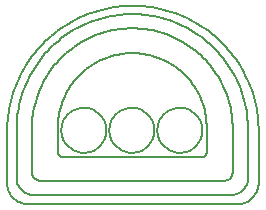
<source format=gto>
G75*
%MOIN*%
%OFA0B0*%
%FSLAX24Y24*%
%IPPOS*%
%LPD*%
%AMOC8*
5,1,8,0,0,1.08239X$1,22.5*
%
%ADD10C,0.0080*%
%ADD11C,0.0050*%
D10*
X003055Y004435D02*
X003057Y004489D01*
X003063Y004543D01*
X003073Y004596D01*
X003086Y004649D01*
X003103Y004700D01*
X003124Y004750D01*
X003149Y004798D01*
X003177Y004845D01*
X003208Y004889D01*
X003242Y004931D01*
X003279Y004970D01*
X003319Y005007D01*
X003362Y005040D01*
X003407Y005071D01*
X003454Y005098D01*
X003502Y005121D01*
X003553Y005141D01*
X003604Y005158D01*
X003657Y005170D01*
X003710Y005179D01*
X003764Y005184D01*
X003819Y005185D01*
X003873Y005182D01*
X003926Y005175D01*
X003979Y005164D01*
X004032Y005150D01*
X004083Y005132D01*
X004132Y005110D01*
X004180Y005085D01*
X004226Y005056D01*
X004270Y005024D01*
X004311Y004989D01*
X004349Y004951D01*
X004385Y004910D01*
X004418Y004867D01*
X004448Y004822D01*
X004474Y004774D01*
X004497Y004725D01*
X004516Y004674D01*
X004531Y004623D01*
X004543Y004570D01*
X004551Y004516D01*
X004555Y004462D01*
X004555Y004408D01*
X004551Y004354D01*
X004543Y004300D01*
X004531Y004247D01*
X004516Y004196D01*
X004497Y004145D01*
X004474Y004096D01*
X004448Y004048D01*
X004418Y004003D01*
X004385Y003960D01*
X004349Y003919D01*
X004311Y003881D01*
X004270Y003846D01*
X004226Y003814D01*
X004180Y003785D01*
X004132Y003760D01*
X004083Y003738D01*
X004032Y003720D01*
X003979Y003706D01*
X003926Y003695D01*
X003873Y003688D01*
X003819Y003685D01*
X003764Y003686D01*
X003710Y003691D01*
X003657Y003700D01*
X003604Y003712D01*
X003553Y003729D01*
X003502Y003749D01*
X003454Y003772D01*
X003407Y003799D01*
X003362Y003830D01*
X003319Y003863D01*
X003279Y003900D01*
X003242Y003939D01*
X003208Y003981D01*
X003177Y004025D01*
X003149Y004072D01*
X003124Y004120D01*
X003103Y004170D01*
X003086Y004221D01*
X003073Y004274D01*
X003063Y004327D01*
X003057Y004381D01*
X003055Y004435D01*
X004655Y004435D02*
X004657Y004489D01*
X004663Y004543D01*
X004673Y004596D01*
X004686Y004649D01*
X004703Y004700D01*
X004724Y004750D01*
X004749Y004798D01*
X004777Y004845D01*
X004808Y004889D01*
X004842Y004931D01*
X004879Y004970D01*
X004919Y005007D01*
X004962Y005040D01*
X005007Y005071D01*
X005054Y005098D01*
X005102Y005121D01*
X005153Y005141D01*
X005204Y005158D01*
X005257Y005170D01*
X005310Y005179D01*
X005364Y005184D01*
X005419Y005185D01*
X005473Y005182D01*
X005526Y005175D01*
X005579Y005164D01*
X005632Y005150D01*
X005683Y005132D01*
X005732Y005110D01*
X005780Y005085D01*
X005826Y005056D01*
X005870Y005024D01*
X005911Y004989D01*
X005949Y004951D01*
X005985Y004910D01*
X006018Y004867D01*
X006048Y004822D01*
X006074Y004774D01*
X006097Y004725D01*
X006116Y004674D01*
X006131Y004623D01*
X006143Y004570D01*
X006151Y004516D01*
X006155Y004462D01*
X006155Y004408D01*
X006151Y004354D01*
X006143Y004300D01*
X006131Y004247D01*
X006116Y004196D01*
X006097Y004145D01*
X006074Y004096D01*
X006048Y004048D01*
X006018Y004003D01*
X005985Y003960D01*
X005949Y003919D01*
X005911Y003881D01*
X005870Y003846D01*
X005826Y003814D01*
X005780Y003785D01*
X005732Y003760D01*
X005683Y003738D01*
X005632Y003720D01*
X005579Y003706D01*
X005526Y003695D01*
X005473Y003688D01*
X005419Y003685D01*
X005364Y003686D01*
X005310Y003691D01*
X005257Y003700D01*
X005204Y003712D01*
X005153Y003729D01*
X005102Y003749D01*
X005054Y003772D01*
X005007Y003799D01*
X004962Y003830D01*
X004919Y003863D01*
X004879Y003900D01*
X004842Y003939D01*
X004808Y003981D01*
X004777Y004025D01*
X004749Y004072D01*
X004724Y004120D01*
X004703Y004170D01*
X004686Y004221D01*
X004673Y004274D01*
X004663Y004327D01*
X004657Y004381D01*
X004655Y004435D01*
X006255Y004435D02*
X006257Y004489D01*
X006263Y004543D01*
X006273Y004596D01*
X006286Y004649D01*
X006303Y004700D01*
X006324Y004750D01*
X006349Y004798D01*
X006377Y004845D01*
X006408Y004889D01*
X006442Y004931D01*
X006479Y004970D01*
X006519Y005007D01*
X006562Y005040D01*
X006607Y005071D01*
X006654Y005098D01*
X006702Y005121D01*
X006753Y005141D01*
X006804Y005158D01*
X006857Y005170D01*
X006910Y005179D01*
X006964Y005184D01*
X007019Y005185D01*
X007073Y005182D01*
X007126Y005175D01*
X007179Y005164D01*
X007232Y005150D01*
X007283Y005132D01*
X007332Y005110D01*
X007380Y005085D01*
X007426Y005056D01*
X007470Y005024D01*
X007511Y004989D01*
X007549Y004951D01*
X007585Y004910D01*
X007618Y004867D01*
X007648Y004822D01*
X007674Y004774D01*
X007697Y004725D01*
X007716Y004674D01*
X007731Y004623D01*
X007743Y004570D01*
X007751Y004516D01*
X007755Y004462D01*
X007755Y004408D01*
X007751Y004354D01*
X007743Y004300D01*
X007731Y004247D01*
X007716Y004196D01*
X007697Y004145D01*
X007674Y004096D01*
X007648Y004048D01*
X007618Y004003D01*
X007585Y003960D01*
X007549Y003919D01*
X007511Y003881D01*
X007470Y003846D01*
X007426Y003814D01*
X007380Y003785D01*
X007332Y003760D01*
X007283Y003738D01*
X007232Y003720D01*
X007179Y003706D01*
X007126Y003695D01*
X007073Y003688D01*
X007019Y003685D01*
X006964Y003686D01*
X006910Y003691D01*
X006857Y003700D01*
X006804Y003712D01*
X006753Y003729D01*
X006702Y003749D01*
X006654Y003772D01*
X006607Y003799D01*
X006562Y003830D01*
X006519Y003863D01*
X006479Y003900D01*
X006442Y003939D01*
X006408Y003981D01*
X006377Y004025D01*
X006349Y004072D01*
X006324Y004120D01*
X006303Y004170D01*
X006286Y004221D01*
X006273Y004274D01*
X006263Y004327D01*
X006257Y004381D01*
X006255Y004435D01*
D11*
X008923Y001969D02*
X001955Y001969D01*
X002112Y002284D02*
X008726Y002284D01*
X008923Y001969D02*
X008974Y001971D01*
X009024Y001976D01*
X009074Y001985D01*
X009123Y001998D01*
X009171Y002014D01*
X009218Y002033D01*
X009263Y002056D01*
X009306Y002082D01*
X009348Y002110D01*
X009387Y002142D01*
X009424Y002177D01*
X009459Y002214D01*
X009491Y002253D01*
X009519Y002295D01*
X009545Y002338D01*
X009568Y002383D01*
X009587Y002430D01*
X009603Y002478D01*
X009616Y002527D01*
X009625Y002577D01*
X009630Y002627D01*
X009632Y002678D01*
X009632Y004390D01*
X009278Y004449D02*
X009278Y002835D01*
X008766Y003032D02*
X008766Y004489D01*
X007900Y004528D02*
X007900Y003701D01*
X007899Y003701D02*
X007897Y003679D01*
X007893Y003657D01*
X007885Y003636D01*
X007874Y003616D01*
X007861Y003598D01*
X007845Y003582D01*
X007827Y003569D01*
X007807Y003558D01*
X007786Y003550D01*
X007764Y003546D01*
X007742Y003544D01*
X003097Y003544D01*
X003075Y003546D01*
X003053Y003550D01*
X003032Y003558D01*
X003012Y003569D01*
X002994Y003582D01*
X002978Y003598D01*
X002965Y003616D01*
X002954Y003636D01*
X002946Y003657D01*
X002942Y003679D01*
X002940Y003701D01*
X002939Y003701D02*
X002939Y004528D01*
X002073Y004489D02*
X002073Y003032D01*
X001561Y002835D02*
X001563Y002789D01*
X001569Y002744D01*
X001578Y002700D01*
X001591Y002656D01*
X001607Y002614D01*
X001627Y002573D01*
X001651Y002534D01*
X001677Y002497D01*
X001707Y002462D01*
X001739Y002430D01*
X001774Y002400D01*
X001811Y002374D01*
X001850Y002350D01*
X001891Y002330D01*
X001933Y002314D01*
X001977Y002301D01*
X002021Y002292D01*
X002066Y002286D01*
X002112Y002284D01*
X001955Y001969D02*
X001904Y001971D01*
X001854Y001976D01*
X001804Y001985D01*
X001755Y001998D01*
X001707Y002014D01*
X001660Y002033D01*
X001615Y002056D01*
X001572Y002082D01*
X001530Y002110D01*
X001491Y002142D01*
X001454Y002177D01*
X001419Y002214D01*
X001387Y002253D01*
X001359Y002295D01*
X001333Y002338D01*
X001310Y002383D01*
X001291Y002430D01*
X001275Y002478D01*
X001262Y002527D01*
X001253Y002577D01*
X001248Y002627D01*
X001246Y002678D01*
X001246Y004390D01*
X001561Y004449D02*
X001561Y002835D01*
X002349Y002756D02*
X008490Y002756D01*
X008726Y002284D02*
X008772Y002286D01*
X008817Y002292D01*
X008861Y002301D01*
X008905Y002314D01*
X008947Y002330D01*
X008988Y002350D01*
X009027Y002374D01*
X009064Y002400D01*
X009099Y002430D01*
X009131Y002462D01*
X009161Y002497D01*
X009187Y002534D01*
X009211Y002573D01*
X009231Y002614D01*
X009247Y002656D01*
X009260Y002700D01*
X009269Y002744D01*
X009275Y002789D01*
X009277Y002835D01*
X008766Y003032D02*
X008764Y003001D01*
X008759Y002971D01*
X008751Y002941D01*
X008739Y002912D01*
X008724Y002885D01*
X008706Y002860D01*
X008685Y002837D01*
X008662Y002816D01*
X008637Y002798D01*
X008610Y002783D01*
X008581Y002771D01*
X008551Y002763D01*
X008521Y002758D01*
X008490Y002756D01*
X005439Y008583D02*
X005310Y008581D01*
X005181Y008575D01*
X005052Y008565D01*
X004924Y008551D01*
X004796Y008533D01*
X004669Y008512D01*
X004542Y008486D01*
X004416Y008456D01*
X004292Y008423D01*
X004168Y008386D01*
X004045Y008345D01*
X003924Y008300D01*
X003805Y008251D01*
X003686Y008199D01*
X003570Y008143D01*
X003455Y008084D01*
X003343Y008021D01*
X003232Y007955D01*
X003123Y007885D01*
X003016Y007812D01*
X002912Y007736D01*
X002810Y007657D01*
X002711Y007574D01*
X002614Y007489D01*
X002520Y007400D01*
X002429Y007309D01*
X002340Y007215D01*
X002255Y007118D01*
X002172Y007019D01*
X002093Y006917D01*
X002017Y006813D01*
X001944Y006706D01*
X001874Y006597D01*
X001808Y006487D01*
X001745Y006374D01*
X001686Y006259D01*
X001630Y006143D01*
X001578Y006024D01*
X001529Y005905D01*
X001484Y005784D01*
X001443Y005661D01*
X001406Y005537D01*
X001373Y005413D01*
X001343Y005287D01*
X001317Y005160D01*
X001296Y005033D01*
X001278Y004905D01*
X001264Y004777D01*
X001254Y004648D01*
X001248Y004519D01*
X001246Y004390D01*
X002073Y003032D02*
X002075Y003001D01*
X002080Y002971D01*
X002088Y002941D01*
X002100Y002912D01*
X002115Y002885D01*
X002133Y002860D01*
X002154Y002837D01*
X002177Y002816D01*
X002202Y002798D01*
X002229Y002783D01*
X002258Y002771D01*
X002288Y002763D01*
X002318Y002758D01*
X002349Y002756D01*
X005419Y008307D02*
X005543Y008305D01*
X005666Y008299D01*
X005789Y008289D01*
X005912Y008275D01*
X006035Y008258D01*
X006156Y008236D01*
X006277Y008210D01*
X006398Y008181D01*
X006517Y008148D01*
X006635Y008110D01*
X006751Y008070D01*
X006867Y008025D01*
X006981Y007977D01*
X007093Y007925D01*
X007203Y007870D01*
X007312Y007811D01*
X007419Y007748D01*
X007524Y007682D01*
X007626Y007613D01*
X007727Y007541D01*
X007824Y007465D01*
X007920Y007387D01*
X008013Y007305D01*
X008103Y007220D01*
X008190Y007133D01*
X008275Y007043D01*
X008357Y006950D01*
X008435Y006854D01*
X008511Y006757D01*
X008583Y006656D01*
X008652Y006554D01*
X008718Y006449D01*
X008781Y006342D01*
X008840Y006233D01*
X008895Y006123D01*
X008947Y006011D01*
X008995Y005897D01*
X009040Y005781D01*
X009080Y005665D01*
X009118Y005547D01*
X009151Y005428D01*
X009180Y005307D01*
X009206Y005186D01*
X009228Y005065D01*
X009245Y004942D01*
X009259Y004819D01*
X009269Y004696D01*
X009275Y004573D01*
X009277Y004449D01*
X009632Y004390D02*
X009630Y004519D01*
X009624Y004648D01*
X009614Y004777D01*
X009600Y004905D01*
X009582Y005033D01*
X009561Y005160D01*
X009535Y005287D01*
X009505Y005413D01*
X009472Y005537D01*
X009435Y005661D01*
X009394Y005784D01*
X009349Y005905D01*
X009300Y006024D01*
X009248Y006143D01*
X009192Y006259D01*
X009133Y006374D01*
X009070Y006486D01*
X009004Y006597D01*
X008934Y006706D01*
X008861Y006813D01*
X008785Y006917D01*
X008706Y007019D01*
X008623Y007118D01*
X008538Y007215D01*
X008449Y007309D01*
X008358Y007400D01*
X008264Y007489D01*
X008167Y007574D01*
X008068Y007657D01*
X007966Y007736D01*
X007862Y007812D01*
X007755Y007885D01*
X007646Y007955D01*
X007535Y008021D01*
X007423Y008084D01*
X007308Y008143D01*
X007192Y008199D01*
X007073Y008251D01*
X006954Y008300D01*
X006833Y008345D01*
X006710Y008386D01*
X006586Y008423D01*
X006462Y008456D01*
X006336Y008486D01*
X006209Y008512D01*
X006082Y008533D01*
X005954Y008551D01*
X005826Y008565D01*
X005697Y008575D01*
X005568Y008581D01*
X005439Y008583D01*
X005419Y007008D02*
X005516Y007006D01*
X005614Y007000D01*
X005710Y006991D01*
X005807Y006977D01*
X005903Y006960D01*
X005998Y006939D01*
X006092Y006915D01*
X006185Y006887D01*
X006277Y006855D01*
X006368Y006819D01*
X006457Y006780D01*
X006545Y006738D01*
X006631Y006692D01*
X006715Y006643D01*
X006797Y006590D01*
X006877Y006534D01*
X006954Y006476D01*
X007030Y006414D01*
X007102Y006349D01*
X007173Y006282D01*
X007240Y006211D01*
X007305Y006139D01*
X007367Y006063D01*
X007425Y005986D01*
X007481Y005906D01*
X007534Y005824D01*
X007583Y005740D01*
X007629Y005654D01*
X007671Y005566D01*
X007710Y005477D01*
X007746Y005386D01*
X007778Y005294D01*
X007806Y005201D01*
X007830Y005107D01*
X007851Y005012D01*
X007868Y004916D01*
X007882Y004819D01*
X007891Y004723D01*
X007897Y004625D01*
X007899Y004528D01*
X005419Y007008D02*
X005322Y007006D01*
X005224Y007000D01*
X005128Y006991D01*
X005031Y006977D01*
X004935Y006960D01*
X004840Y006939D01*
X004746Y006915D01*
X004653Y006887D01*
X004561Y006855D01*
X004470Y006819D01*
X004381Y006780D01*
X004293Y006738D01*
X004207Y006692D01*
X004123Y006643D01*
X004041Y006590D01*
X003961Y006534D01*
X003884Y006476D01*
X003808Y006414D01*
X003736Y006349D01*
X003665Y006282D01*
X003598Y006211D01*
X003533Y006139D01*
X003471Y006063D01*
X003413Y005986D01*
X003357Y005906D01*
X003304Y005824D01*
X003255Y005740D01*
X003209Y005654D01*
X003167Y005566D01*
X003128Y005477D01*
X003092Y005386D01*
X003060Y005294D01*
X003032Y005201D01*
X003008Y005107D01*
X002987Y005012D01*
X002970Y004916D01*
X002956Y004819D01*
X002947Y004723D01*
X002941Y004625D01*
X002939Y004528D01*
X005419Y007835D02*
X005533Y007833D01*
X005647Y007827D01*
X005761Y007817D01*
X005875Y007804D01*
X005988Y007786D01*
X006100Y007765D01*
X006211Y007740D01*
X006322Y007711D01*
X006431Y007678D01*
X006540Y007642D01*
X006646Y007602D01*
X006752Y007558D01*
X006856Y007511D01*
X006958Y007460D01*
X007059Y007406D01*
X007158Y007348D01*
X007254Y007287D01*
X007349Y007223D01*
X007441Y007155D01*
X007531Y007085D01*
X007618Y007011D01*
X007703Y006934D01*
X007785Y006855D01*
X007864Y006773D01*
X007941Y006688D01*
X008015Y006601D01*
X008085Y006511D01*
X008153Y006419D01*
X008217Y006324D01*
X008278Y006228D01*
X008336Y006129D01*
X008390Y006028D01*
X008441Y005926D01*
X008488Y005822D01*
X008532Y005716D01*
X008572Y005610D01*
X008608Y005501D01*
X008641Y005392D01*
X008670Y005281D01*
X008695Y005170D01*
X008716Y005058D01*
X008734Y004945D01*
X008747Y004831D01*
X008757Y004717D01*
X008763Y004603D01*
X008765Y004489D01*
X005419Y007835D02*
X005305Y007833D01*
X005191Y007827D01*
X005077Y007817D01*
X004963Y007804D01*
X004850Y007786D01*
X004738Y007765D01*
X004627Y007740D01*
X004516Y007711D01*
X004407Y007678D01*
X004298Y007642D01*
X004192Y007602D01*
X004086Y007558D01*
X003982Y007511D01*
X003880Y007460D01*
X003779Y007406D01*
X003680Y007348D01*
X003584Y007287D01*
X003489Y007223D01*
X003397Y007155D01*
X003307Y007085D01*
X003220Y007011D01*
X003135Y006934D01*
X003053Y006855D01*
X002974Y006773D01*
X002897Y006688D01*
X002823Y006601D01*
X002753Y006511D01*
X002685Y006419D01*
X002621Y006324D01*
X002560Y006228D01*
X002502Y006129D01*
X002448Y006028D01*
X002397Y005926D01*
X002350Y005822D01*
X002306Y005716D01*
X002266Y005610D01*
X002230Y005501D01*
X002197Y005392D01*
X002168Y005281D01*
X002143Y005170D01*
X002122Y005058D01*
X002104Y004945D01*
X002091Y004831D01*
X002081Y004717D01*
X002075Y004603D01*
X002073Y004489D01*
X001561Y004449D02*
X001563Y004570D01*
X001569Y004691D01*
X001578Y004812D01*
X001591Y004933D01*
X001608Y005053D01*
X001629Y005172D01*
X001654Y005291D01*
X001682Y005408D01*
X001714Y005525D01*
X001750Y005641D01*
X001789Y005756D01*
X001832Y005869D01*
X001878Y005981D01*
X001928Y006092D01*
X001981Y006200D01*
X002038Y006308D01*
X002098Y006413D01*
X002162Y006516D01*
X002228Y006618D01*
X002298Y006717D01*
X002371Y006814D01*
X002446Y006908D01*
X002525Y007000D01*
X002607Y007090D01*
X002691Y007177D01*
X002778Y007261D01*
X002868Y007343D01*
X002960Y007422D01*
X003054Y007497D01*
X003151Y007570D01*
X003250Y007640D01*
X003352Y007706D01*
X003455Y007770D01*
X003560Y007830D01*
X003668Y007887D01*
X003776Y007940D01*
X003887Y007990D01*
X003999Y008036D01*
X004112Y008079D01*
X004227Y008118D01*
X004343Y008154D01*
X004460Y008186D01*
X004577Y008214D01*
X004696Y008239D01*
X004815Y008260D01*
X004935Y008277D01*
X005056Y008290D01*
X005177Y008299D01*
X005298Y008305D01*
X005419Y008307D01*
M02*

</source>
